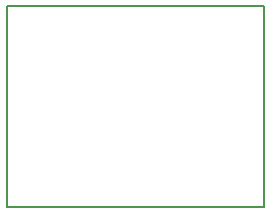
<source format=gm1>
G04 #@! TF.FileFunction,Profile,NP*
%FSLAX46Y46*%
G04 Gerber Fmt 4.6, Leading zero omitted, Abs format (unit mm)*
G04 Created by KiCad (PCBNEW 4.0.4+e1-6308~48~ubuntu16.04.1-stable) date Thu Nov  3 23:07:18 2016*
%MOMM*%
%LPD*%
G01*
G04 APERTURE LIST*
%ADD10C,0.100000*%
%ADD11C,0.150000*%
G04 APERTURE END LIST*
D10*
D11*
X209000000Y-86750000D02*
X230750000Y-86750000D01*
X209000000Y-103750000D02*
X209000000Y-86750000D01*
X230750000Y-103750000D02*
X209000000Y-103750000D01*
X230750000Y-86750000D02*
X230750000Y-103750000D01*
M02*

</source>
